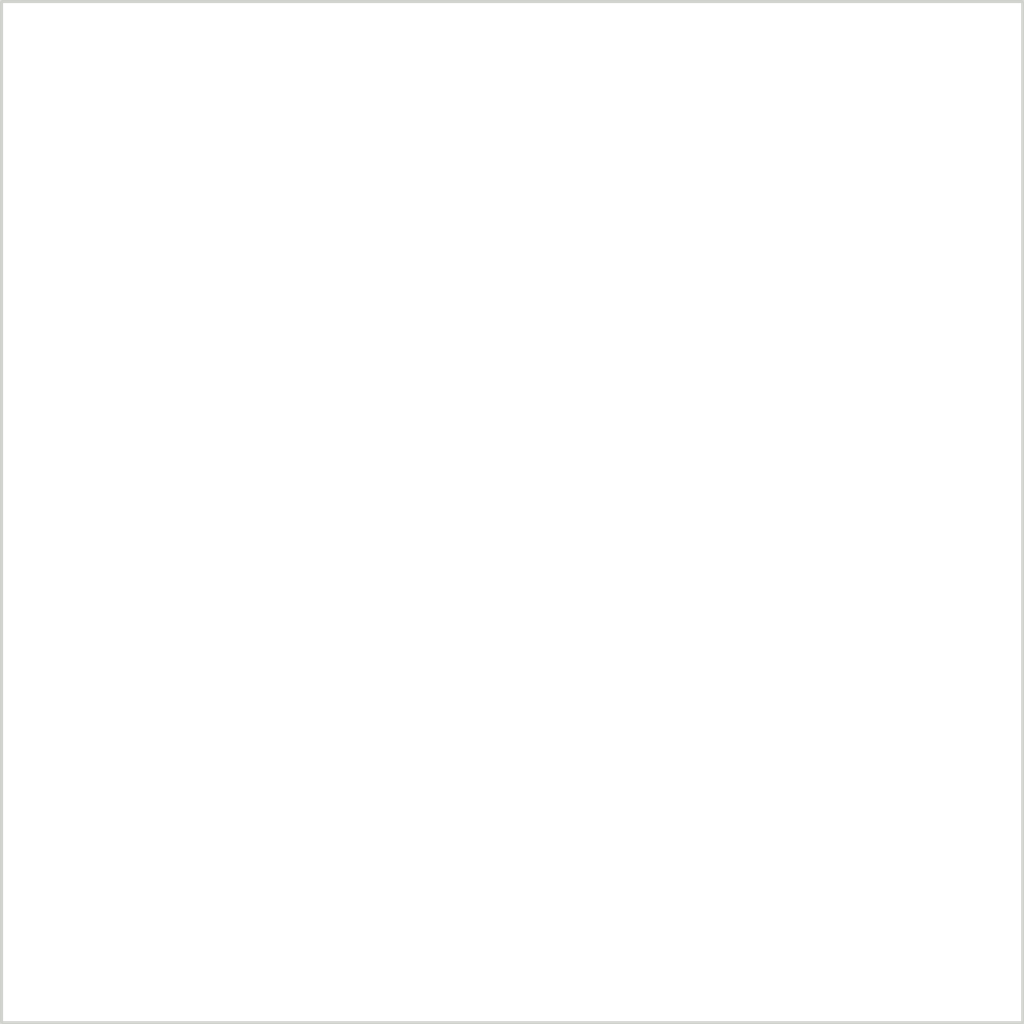
<source format=kicad_pcb>
(kicad_pcb (version 20211014) (generator pcbnew)
  (layers
    (0 "F.Cu" signal)
    (31 "B.Cu" signal)
    (44 "Edge.Cuts" user)
  )
  (gr_line (start 100 100) (end 150 100) (layer "Edge.Cuts") (width 0.15))
  (gr_line (start 150 100) (end 150 150) (layer "Edge.Cuts") (width 0.15))
  (gr_line (start 150 150) (end 100 150) (layer "Edge.Cuts") (width 0.15))
  (gr_line (start 100 150) (end 100 100) (layer "Edge.Cuts") (width 0.15))
)

</source>
